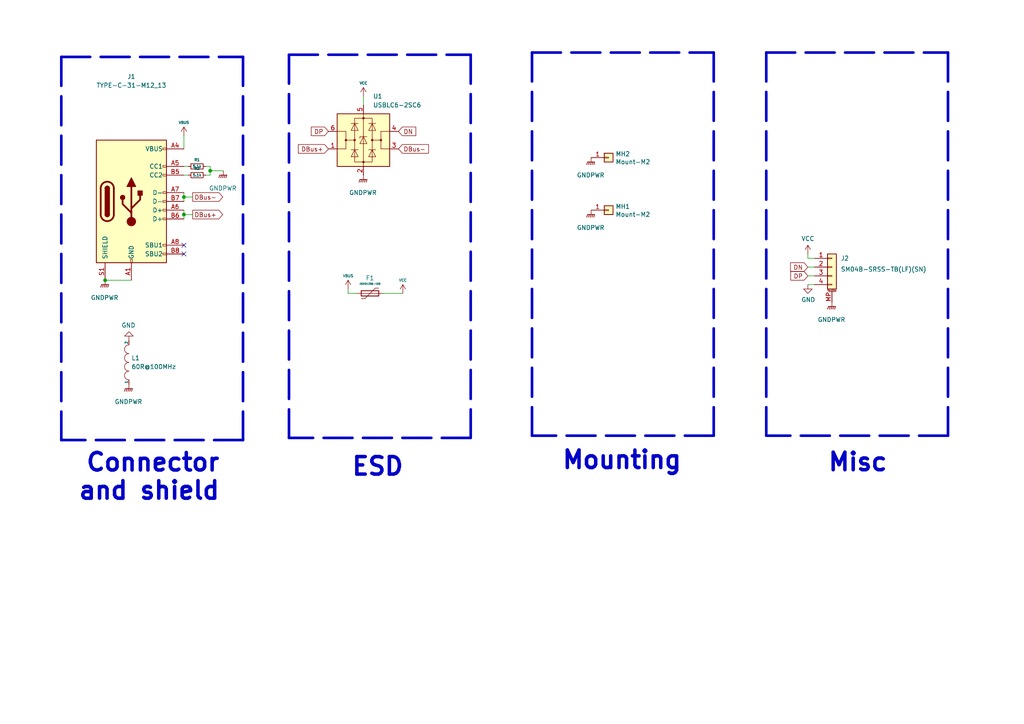
<source format=kicad_sch>
(kicad_sch (version 20211123) (generator eeschema)
  (paper "A4")
  (title_block (title "Unified Daughterboard") (date "2020-03-22") (rev "C3") (company "Designed by the keyboard community"))
  (lib_symbols
    (symbol "Connector:USB_C_Receptacle_USB2.0" (pin_names (offset 1.016))
      (property "Reference" "J" (at -10.16 19.05 0))
      (property "Value" "USB_C_Receptacle_USB2.0" (at 19.05 19.05 0))
      (symbol "USB_C_Receptacle_USB2.0_0_0"
        (rectangle (start -0.254 -17.78) (end 0.254 -16.764))
        (rectangle (start 10.16 -14.986) (end 9.144 -15.494))
        (rectangle (start 10.16 -12.446) (end 9.144 -12.954))
        (rectangle (start 10.16 -4.826) (end 9.144 -5.334))
        (rectangle (start 10.16 -2.286) (end 9.144 -2.794))
        (rectangle (start 10.16 0.254) (end 9.144 -0.254))
        (rectangle (start 10.16 2.794) (end 9.144 2.286))
        (rectangle (start 10.16 7.874) (end 9.144 7.366))
        (rectangle (start 10.16 10.414) (end 9.144 9.906))
        (rectangle (start 10.16 15.494) (end 9.144 14.986))
      )
      (symbol "USB_C_Receptacle_USB2.0_0_1"
        (rectangle (start -10.16 17.78) (end 10.16 -17.78) (stroke (width 0.254)) (fill (type background)))
        (arc (start -8.89 -3.81) (mid -6.985 -5.715) (end -5.08 -3.81) (stroke (width 0.508)))
        (arc (start -7.62 -3.81) (mid -6.985 -4.445) (end -6.35 -3.81) (stroke (width 0.254)))
        (arc (start -7.62 -3.81) (mid -6.985 -4.445) (end -6.35 -3.81) (stroke (width 0.254)) (fill (type outline)))
        (rectangle (start -7.62 -3.81) (end -6.35 3.81) (stroke (width 0.254)) (fill (type outline)))
        (arc (start -6.35 3.81) (mid -6.985 4.445) (end -7.62 3.81) (stroke (width 0.254)))
        (arc (start -6.35 3.81) (mid -6.985 4.445) (end -7.62 3.81) (stroke (width 0.254)) (fill (type outline)))
        (arc (start -5.08 3.81) (mid -6.985 5.715) (end -8.89 3.81) (stroke (width 0.508)))
        (circle (center -2.54 1.143) (radius 0.635) (stroke (width 0.254)) (fill (type outline)))
        (circle (center 0 -5.842) (radius 1.27) (fill (type outline)))
        (polyline (pts (xy -8.89 -3.81) (xy -8.89 3.81)) (stroke (width 0.508)))
        (polyline (pts (xy -5.08 3.81) (xy -5.08 -3.81)) (stroke (width 0.508)))
        (polyline (pts (xy 0 -5.842) (xy 0 4.318)) (stroke (width 0.508)))
        (polyline (pts (xy 0 -3.302) (xy -2.54 -0.762) (xy -2.54 0.508)) (stroke (width 0.508)))
        (polyline (pts (xy 0 -2.032) (xy 2.54 0.508) (xy 2.54 1.778)) (stroke (width 0.508)))
        (polyline (pts (xy -1.27 4.318) (xy 0 6.858) (xy 1.27 4.318) (xy -1.27 4.318)) (stroke (width 0.254)) (fill (type outline)))
        (rectangle (start 1.905 1.778) (end 3.175 3.048) (stroke (width 0.254)) (fill (type outline)))
      )
      (symbol "USB_C_Receptacle_USB2.0_1_1"
        (pin passive line (at 0 -22.86 90) (length 5.08) (name "GND") (number "A1"))
        (pin passive line (at 0 -22.86 90) (length 5.08) hide (name "GND") (number "A12"))
        (pin passive line (at 15.24 15.24 180) (length 5.08) (name "VBUS") (number "A4"))
        (pin bidirectional line (at 15.24 10.16 180) (length 5.08) (name "CC1") (number "A5"))
        (pin bidirectional line (at 15.24 -2.54 180) (length 5.08) (name "D+") (number "A6"))
        (pin bidirectional line (at 15.24 2.54 180) (length 5.08) (name "D-") (number "A7"))
        (pin bidirectional line (at 15.24 -12.7 180) (length 5.08) (name "SBU1") (number "A8"))
        (pin passive line (at 15.24 15.24 180) (length 5.08) hide (name "VBUS") (number "A9"))
        (pin passive line (at 0 -22.86 90) (length 5.08) hide (name "GND") (number "B1"))
        (pin passive line (at 0 -22.86 90) (length 5.08) hide (name "GND") (number "B12"))
        (pin passive line (at 15.24 15.24 180) (length 5.08) hide (name "VBUS") (number "B4"))
        (pin bidirectional line (at 15.24 7.62 180) (length 5.08) (name "CC2") (number "B5"))
        (pin bidirectional line (at 15.24 -5.08 180) (length 5.08) (name "D+") (number "B6"))
        (pin bidirectional line (at 15.24 0 180) (length 5.08) (name "D-") (number "B7"))
        (pin bidirectional line (at 15.24 -15.24 180) (length 5.08) (name "SBU2") (number "B8"))
        (pin passive line (at 15.24 15.24 180) (length 5.08) hide (name "VBUS") (number "B9"))
        (pin passive line (at -7.62 -22.86 90) (length 5.08) (name "SHIELD") (number "S1"))
      )
    )
    (symbol "Connector_Generic:Conn_01x01" (pin_names (offset 1.016) hide)
      (property "Reference" "J" (at 0 2.54 0))
      (property "Value" "Conn_01x01" (at 0 -2.54 0))
      (symbol "Conn_01x01_1_1"
        (rectangle (start -1.27 0.127) (end 0 -0.127) (stroke (width 0.1524)))
        (rectangle (start -1.27 1.27) (end 1.27 -1.27) (stroke (width 0.254)) (fill (type background)))
        (pin passive line (at -5.08 0 0) (length 3.81) (name "Pin_1") (number "1"))
      )
    )
    (symbol "Connector_Generic_MountingPin:Conn_01x04_MountingPin" (pin_names (offset 1.016) hide)
      (property "Reference" "J" (at 0 5.08 0))
      (property "Value" "Conn_01x04_MountingPin" (at 1.27 -7.62 0))
      (symbol "Conn_01x04_MountingPin_1_1"
        (rectangle (start -1.27 -4.953) (end 0 -5.207) (stroke (width 0.1524)))
        (rectangle (start -1.27 -2.413) (end 0 -2.667) (stroke (width 0.1524)))
        (rectangle (start -1.27 0.127) (end 0 -0.127) (stroke (width 0.1524)))
        (rectangle (start -1.27 2.667) (end 0 2.413) (stroke (width 0.1524)))
        (rectangle (start -1.27 3.81) (end 1.27 -6.35) (stroke (width 0.254)) (fill (type background)))
        (polyline (pts (xy -1.016 -7.112) (xy 1.016 -7.112)) (stroke (width 0.1524)))
        (text "Mounting" (at 0 -6.731 0) (effects (font (size 0.381 0.381))))
        (pin passive line (at -5.08 2.54 0) (length 3.81) (name "Pin_1") (number "1"))
        (pin passive line (at -5.08 0 0) (length 3.81) (name "Pin_2") (number "2"))
        (pin passive line (at -5.08 -2.54 0) (length 3.81) (name "Pin_3") (number "3"))
        (pin passive line (at -5.08 -5.08 0) (length 3.81) (name "Pin_4") (number "4"))
        (pin passive line (at 0 -10.16 90) (length 3.048) (name "MountPin") (number "MP"))
      )
    )
    (symbol "Device:Polyfuse" (pin_numbers hide) (pin_names (offset 0))
      (property "Reference" "F" (at -2.54 0 90))
      (property "Value" "Polyfuse" (at 2.54 0 90))
      (symbol "Polyfuse_0_1"
        (rectangle (start -0.762 2.54) (end 0.762 -2.54) (stroke (width 0.254)))
        (polyline (pts (xy 0 2.54) (xy 0 -2.54)))
        (polyline (pts (xy -1.524 2.54) (xy -1.524 1.524) (xy 1.524 -1.524) (xy 1.524 -2.54)))
      )
      (symbol "Polyfuse_1_1"
        (pin passive line (at 0 3.81 270) (length 1.27) (name "~") (number "1"))
        (pin passive line (at 0 -3.81 90) (length 1.27) (name "~") (number "2"))
      )
    )
    (symbol "Device:R_Small" (pin_numbers hide) (pin_names (offset 0.254) hide)
      (property "Reference" "R" (at 0.762 0.508 0))
      (property "Value" "R_Small" (at 0.762 -1.016 0))
      (symbol "R_Small_0_1"
        (rectangle (start -0.762 1.778) (end 0.762 -1.778) (stroke (width 0.2032)))
      )
      (symbol "R_Small_1_1"
        (pin passive line (at 0 2.54 270) (length 0.762) (name "~") (number "1"))
        (pin passive line (at 0 -2.54 90) (length 0.762) (name "~") (number "2"))
      )
    )
    (symbol "Power_Protection:USBLC6-2SC6" (pin_names hide)
      (property "Reference" "U" (at 2.54 8.89 0))
      (property "Value" "USBLC6-2SC6" (at 2.54 -8.89 0))
      (symbol "USBLC6-2SC6_0_1"
        (rectangle (start -7.62 -7.62) (end 7.62 7.62) (stroke (width 0.254)) (fill (type background)))
        (circle (center -5.08 0) (radius 0.254) (fill (type outline)))
        (circle (center -2.54 0) (radius 0.254) (fill (type outline)))
        (rectangle (start -2.54 6.35) (end 2.54 -6.35))
        (circle (center 0 -6.35) (radius 0.254) (fill (type outline)))
        (polyline (pts (xy -5.08 -2.54) (xy -7.62 -2.54)))
        (polyline (pts (xy -5.08 0) (xy -5.08 -2.54)))
        (polyline (pts (xy -5.08 2.54) (xy -7.62 2.54)))
        (polyline (pts (xy -1.524 -2.794) (xy -3.556 -2.794)))
        (polyline (pts (xy -1.524 4.826) (xy -3.556 4.826)))
        (polyline (pts (xy 0 -7.62) (xy 0 -6.35)))
        (polyline (pts (xy 0 -6.35) (xy 0 1.27)))
        (polyline (pts (xy 0 1.27) (xy 0 6.35)))
        (polyline (pts (xy 0 6.35) (xy 0 7.62)))
        (polyline (pts (xy 1.524 -2.794) (xy 3.556 -2.794)))
        (polyline (pts (xy 1.524 4.826) (xy 3.556 4.826)))
        (polyline (pts (xy 5.08 -2.54) (xy 7.62 -2.54)))
        (polyline (pts (xy 5.08 0) (xy 5.08 -2.54)))
        (polyline (pts (xy 5.08 2.54) (xy 7.62 2.54)))
        (polyline (pts (xy -2.54 0) (xy -5.08 0) (xy -5.08 2.54)))
        (polyline (pts (xy 2.54 0) (xy 5.08 0) (xy 5.08 2.54)))
        (polyline (pts (xy -3.556 -4.826) (xy -1.524 -4.826) (xy -2.54 -2.794) (xy -3.556 -4.826)))
        (polyline (pts (xy -3.556 2.794) (xy -1.524 2.794) (xy -2.54 4.826) (xy -3.556 2.794)))
        (polyline (pts (xy -1.016 -1.016) (xy 1.016 -1.016) (xy 0 1.016) (xy -1.016 -1.016)))
        (polyline (pts (xy 1.016 1.016) (xy 0.762 1.016) (xy -1.016 1.016) (xy -1.016 0.508)))
        (polyline (pts (xy 3.556 -4.826) (xy 1.524 -4.826) (xy 2.54 -2.794) (xy 3.556 -4.826)))
        (polyline (pts (xy 3.556 2.794) (xy 1.524 2.794) (xy 2.54 4.826) (xy 3.556 2.794)))
        (circle (center 0 6.35) (radius 0.254) (fill (type outline)))
        (circle (center 2.54 0) (radius 0.254) (fill (type outline)))
        (circle (center 5.08 0) (radius 0.254) (fill (type outline)))
      )
      (symbol "USBLC6-2SC6_1_1"
        (pin passive line (at -10.16 -2.54 0) (length 2.54) (name "I/O1") (number "1"))
        (pin passive line (at 0 -10.16 90) (length 2.54) (name "GND") (number "2"))
        (pin passive line (at 10.16 -2.54 180) (length 2.54) (name "I/O2") (number "3"))
        (pin passive line (at 10.16 2.54 180) (length 2.54) (name "I/O2") (number "4"))
        (pin passive line (at 0 10.16 270) (length 2.54) (name "VBUS") (number "5"))
        (pin passive line (at -10.16 2.54 0) (length 2.54) (name "I/O1") (number "6"))
      )
    )
    (symbol "power:GND" (power) (pin_names (offset 0))
      (property "Value" "GND" (at 0 -3.81 0))
      (symbol "GND_0_1"
        (polyline (pts (xy 0 0) (xy 0 -1.27) (xy 1.27 -1.27) (xy 0 -2.54) (xy -1.27 -1.27) (xy 0 -1.27)))
      )
      (symbol "GND_1_1"
        (pin power_in line (at 0 0 270) (length 0) hide (name "GND") (number "1"))
      )
    )
    (symbol "power:GNDPWR" (power) (pin_names (offset 0))
      (property "Value" "GNDPWR" (at 0 -3.302 0))
      (symbol "GNDPWR_0_1"
        (polyline (pts (xy 0 -1.27) (xy 0 0)))
        (polyline (pts (xy -1.016 -1.27) (xy -1.27 -2.032) (xy -1.27 -2.032)) (stroke (width 0.2032)))
        (polyline (pts (xy -0.508 -1.27) (xy -0.762 -2.032) (xy -0.762 -2.032)) (stroke (width 0.2032)))
        (polyline (pts (xy 0 -1.27) (xy -0.254 -2.032) (xy -0.254 -2.032)) (stroke (width 0.2032)))
        (polyline (pts (xy 0.508 -1.27) (xy 0.254 -2.032) (xy 0.254 -2.032)) (stroke (width 0.2032)))
        (polyline (pts (xy 1.016 -1.27) (xy -1.016 -1.27) (xy -1.016 -1.27)) (stroke (width 0.2032)))
        (polyline (pts (xy 1.016 -1.27) (xy 0.762 -2.032) (xy 0.762 -2.032) (xy 0.762 -2.032)) (stroke (width 0.2032)))
      )
      (symbol "GNDPWR_1_1"
        (pin power_in line (at 0 0 270) (length 0) hide (name "GNDPWR") (number "1"))
      )
    )
    (symbol "power:VBUS" (power) (pin_names (offset 0))
      (property "Value" "VBUS" (at 0 3.81 0))
      (symbol "VBUS_0_1"
        (polyline (pts (xy -0.762 1.27) (xy 0 2.54)))
        (polyline (pts (xy 0 0) (xy 0 2.54)))
        (polyline (pts (xy 0 2.54) (xy 0.762 1.27)))
      )
      (symbol "VBUS_1_1"
        (pin power_in line (at 0 0 90) (length 0) hide (name "VBUS") (number "1"))
      )
    )
    (symbol "power:VCC" (power) (pin_names (offset 0))
      (property "Value" "VCC" (at 0 3.81 0))
      (symbol "VCC_0_1"
        (polyline (pts (xy -0.762 1.27) (xy 0 2.54)))
        (polyline (pts (xy 0 0) (xy 0 2.54)))
        (polyline (pts (xy 0 2.54) (xy 0.762 1.27)))
      )
      (symbol "VCC_1_1"
        (pin power_in line (at 0 0 90) (length 0) hide (name "VCC") (number "1"))
      )
    )
    (symbol "pspice:INDUCTOR" (pin_numbers hide) (pin_names (offset 0))
      (property "Reference" "L" (at 0 2.54 0))
      (property "Value" "INDUCTOR" (at 0 -1.27 0))
      (symbol "INDUCTOR_0_1"
        (arc (start -2.54 0) (mid -3.81 1.27) (end -5.08 0))
        (arc (start 0 0) (mid -1.27 1.27) (end -2.54 0))
        (arc (start 2.54 0) (mid 1.27 1.27) (end 0 0))
        (arc (start 5.08 0) (mid 3.81 1.27) (end 2.54 0))
      )
      (symbol "INDUCTOR_1_1"
        (pin input line (at -6.35 0 0) (length 1.27) (name "1") (number "1"))
        (pin input line (at 6.35 0 180) (length 1.27) (name "2") (number "2"))
      )
    )
  )
  (junction (at 53.34 57.15))
  (junction (at 30.48 81.28))
  (junction (at 60.96 49.53))
  (junction (at 53.34 62.23))
  (no_connect (at 53.34 71.12))
  (no_connect (at 53.34 73.66))
  (wire (pts (xy 234.315 80.01) (xy 236.22 80.01)))
  (polyline (pts (xy 154.305 15.24) (xy 154.305 126.365)) (stroke (width 0.762)))
  (wire (pts (xy 53.34 57.15) (xy 55.88 57.15)))
  (wire (pts (xy 105.41 27.94) (xy 105.41 30.48)))
  (polyline (pts (xy 207.01 126.365) (xy 154.305 126.365)) (stroke (width 0.762)))
  (wire (pts (xy 234.315 74.93) (xy 236.22 74.93)))
  (polyline (pts (xy 222.25 15.24) (xy 274.955 15.24)) (stroke (width 0.762)))
  (wire (pts (xy 53.34 62.23) (xy 53.34 63.5)))
  (wire (pts (xy 53.34 60.96) (xy 53.34 62.23)))
  (polyline (pts (xy 83.82 15.875) (xy 136.525 15.875)) (stroke (width 0.762)))
  (wire (pts (xy 59.69 50.8) (xy 60.96 50.8)))
  (polyline (pts (xy 222.25 15.24) (xy 222.25 126.365)) (stroke (width 0.762)))
  (polyline (pts (xy 274.955 15.24) (xy 274.955 126.365)) (stroke (width 0.762)))
  (wire (pts (xy 53.34 57.15) (xy 53.34 58.42)))
  (wire (pts (xy 53.34 55.88) (xy 53.34 57.15)))
  (polyline (pts (xy 83.82 15.875) (xy 83.82 127)) (stroke (width 0.762)))
  (polyline (pts (xy 70.485 16.51) (xy 70.485 127.635)) (stroke (width 0.762)))
  (wire (pts (xy 53.34 48.26) (xy 54.61 48.26)))
  (polyline (pts (xy 207.01 15.24) (xy 207.01 126.365)) (stroke (width 0.762)))
  (wire (pts (xy 53.34 39.37) (xy 53.34 43.18)))
  (polyline (pts (xy 274.955 126.365) (xy 222.25 126.365)) (stroke (width 0.762)))
  (polyline (pts (xy 136.525 15.875) (xy 136.525 127)) (stroke (width 0.762)))
  (wire (pts (xy 60.96 49.53) (xy 60.96 50.8)))
  (wire (pts (xy 64.77 49.53) (xy 60.96 49.53)))
  (wire (pts (xy 236.22 77.47) (xy 234.315 77.47)))
  (polyline (pts (xy 17.78 16.51) (xy 70.485 16.51)) (stroke (width 0.762)))
  (wire (pts (xy 59.69 48.26) (xy 60.96 48.26)))
  (wire (pts (xy 111.125 85.09) (xy 116.84 85.09)))
  (polyline (pts (xy 70.485 127.635) (xy 17.78 127.635)) (stroke (width 0.762)))
  (polyline (pts (xy 136.525 127) (xy 83.82 127)) (stroke (width 0.762)))
  (wire (pts (xy 100.965 85.09) (xy 103.505 85.09)))
  (polyline (pts (xy 17.78 16.51) (xy 17.78 127.635)) (stroke (width 0.762)))
  (polyline (pts (xy 154.305 15.24) (xy 207.01 15.24)) (stroke (width 0.762)))
  (wire (pts (xy 53.34 62.23) (xy 55.88 62.23)))
  (wire (pts (xy 30.48 81.28) (xy 38.1 81.28)))
  (wire (pts (xy 60.96 48.26) (xy 60.96 49.53)))
  (wire (pts (xy 100.965 83.82) (xy 100.965 85.09)))
  (wire (pts (xy 53.34 50.8) (xy 54.61 50.8)))
  (wire (pts (xy 234.315 82.55) (xy 236.22 82.55)))
  (wire (pts (xy 234.315 73.66) (xy 234.315 74.93)))
  (text "Mounting" (at 198.12 136.525 180) (effects (font (size 5.08 5.08) (thickness 1.016) bold) (justify right bottom)))
  (text "Connector\nand shield" (at 64.135 145.415 180) (effects (font (size 5.08 5.08) (thickness 1.016) bold) (justify right bottom)))
  (text "ESD" (at 117.475 138.43 180) (effects (font (size 5.08 5.08) (thickness 1.016) bold) (justify right bottom)))
  (text "Misc" (at 257.81 137.16 180) (effects (font (size 5.08 5.08) (thickness 1.016) bold) (justify right bottom)))
  (global_label "DBus+" (shape output) (at 55.88 62.23 0) (property "Intersheet References" "${INTERSHEET_REFS}" (effects hide)))
  (global_label "DBus-" (shape output) (at 55.88 57.15 0) (property "Intersheet References" "${INTERSHEET_REFS}" (effects hide)))
  (global_label "DBus+" (shape input) (at 95.25 43.18 180) (property "Intersheet References" "${INTERSHEET_REFS}" (effects hide)))
  (global_label "DP" (shape input) (at 95.25 38.1 180) (property "Intersheet References" "${INTERSHEET_REFS}" (effects hide)))
  (global_label "DN" (shape input) (at 115.57 38.1 0) (property "Intersheet References" "${INTERSHEET_REFS}" (effects hide)))
  (global_label "DP" (shape input) (at 234.315 80.01 180) (property "Intersheet References" "${INTERSHEET_REFS}" (effects hide)))
  (global_label "DBus-" (shape input) (at 115.57 43.18 0) (property "Intersheet References" "${INTERSHEET_REFS}" (effects hide)))
  (global_label "DN" (shape input) (at 234.315 77.47 180) (property "Intersheet References" "${INTERSHEET_REFS}" (effects hide)))
  (symbol (lib_id "Connector_Generic_MountingPin:Conn_01x04_MountingPin") (at 241.3 77.47 0) (unit 1)
    (property "Reference" "J2" (at 243.84 74.93 0) (effects (justify left)))
    (property "Value" "SM04B-SRSS-TB(LF)(SN)" (at 243.84 78.105 0) (effects (justify left)))
    (property "Footprint" "logo:JST_SH_SM04B-SRSS-TB_1x04-1MP_P1.00mm_Horizontal" (effects hide))
    (property "Manufacturer" "JST Sales America" (effects hide))
    (property "Manufacturer Part No" "SM04B-SRSS-TB(LF)(SN)" (effects hide))
    (property "LCSC Part No" "C160404" (effects hide))
  )
  (symbol (lib_id "Device:R_Small") (at 57.15 48.26 90) (unit 1)
    (property "Reference" "R1" (at 57.15 46.355 90) (effects (font (size 0.762 0.762))))
    (property "Value" "5.1k" (at 57.15 48.26 90) (effects (font (size 0.762 0.762))))
    (property "Footprint" "Resistor_SMD:R_0603_1608Metric" (effects hide))
    (property "Package" "R0603" (effects hide))
  )
  (symbol (lib_id "Device:R_Small") (at 57.15 50.8 90) (unit 1)
    (property "Reference" "R2" (at 57.15 48.895 90) (effects (font (size 0.762 0.762))))
    (property "Value" "5.1k" (at 57.15 50.8 90) (effects (font (size 0.762 0.762))))
    (property "Footprint" "Resistor_SMD:R_0603_1608Metric" (effects hide))
    (property "Package" "R0603" (effects hide))
  )
  (symbol (lib_id "power:GND") (at 234.315 82.55 0) (unit 1)
    (property "Reference" "#PWR0104" (effects hide))
    (property "Value" "GND" (at 234.442 86.9442 0))
  )
  (symbol (lib_id "Connector_Generic:Conn_01x01") (at 176.53 45.72 0) (unit 1)
    (property "Reference" "MH2" (at 178.5366 44.6532 0) (effects (justify left)))
    (property "Value" "Mount-M2" (at 178.5366 46.9646 0) (effects (justify left)))
    (property "Footprint" "random-keyboard-parts:Generic-Mounthole" (effects hide))
  )
  (symbol (lib_id "Connector:USB_C_Receptacle_USB2.0") (at 38.1 58.42 0) (unit 1)
    (property "Reference" "J1" (at 38.1 22.225 0))
    (property "Value" "TYPE-C-31-M12_13" (at 38.1 24.765 0))
    (property "Footprint" "logo:USB_C_Receptacle_HRO_TYPE-C-31-M-12" (effects hide))
    (property "Datasheet" "https://www.usb.org/sites/default/files/documents/usb_type-c.zip" (effects hide))
    (property "Manufacturer" "Korean Hroparts" (effects hide))
    (property "Manufacturer Part No" "TYPE-C-31-M-12" (effects hide))
    (property "LCSC Part No" "C165948" (effects hide))
  )
  (symbol (lib_id "power:VBUS") (at 53.34 39.37 0) (unit 1)
    (property "Reference" "#PWR0113" (effects hide))
    (property "Value" "VBUS" (at 53.34 35.56 0) (effects (font (size 0.762 0.762))))
  )
  (symbol (lib_id "power:VBUS") (at 100.965 83.82 0) (unit 1)
    (property "Reference" "#PWR0115" (effects hide))
    (property "Value" "VBUS" (at 100.965 80.01 0) (effects (font (size 0.762 0.762))))
  )
  (symbol (lib_id "Device:Polyfuse") (at 107.315 85.09 90) (unit 1)
    (property "Reference" "F1" (at 107.315 80.645 90))
    (property "Value" "ASMD1206-150" (at 107.315 82.3214 90) (effects (font (size 0.508 0.508))))
    (property "Footprint" "Fuse:Fuse_0603_1608Metric" (effects hide))
    (property "Manufacturer" "Shenzhen JDT Fuse" (effects hide))
    (property "Manufacturer Part No" "ASMD1206-150" (effects hide))
    (property "LCSC Part No" "C135342" (effects hide))
    (property "Package" "F1206" (effects hide))
  )
  (symbol (lib_id "power:VCC") (at 116.84 85.09 0) (unit 1)
    (property "Reference" "#PWR0119" (effects hide))
    (property "Value" "VCC" (at 116.84 81.28 0) (effects (font (size 0.762 0.762))))
  )
  (symbol (lib_id "power:VCC") (at 234.315 73.66 0) (unit 1)
    (property "Reference" "#PWR0103" (effects hide))
    (property "Value" "VCC" (at 234.315 69.215 0))
  )
  (symbol (lib_id "power:GNDPWR") (at 30.48 81.28 0) (unit 1)
    (property "Reference" "#PWR0101" (effects hide))
    (property "Value" "GNDPWR" (at 30.353 86.36 0))
  )
  (symbol (lib_id "pspice:INDUCTOR") (at 37.3888 105.1052 90) (unit 1)
    (property "Reference" "L1" (at 38.1 103.8351 90) (effects (justify right)))
    (property "Value" "60R@100MHz" (at 38.1 106.3751 90) (effects (justify right)))
    (property "Footprint" "Inductor_SMD:L_0603_1608Metric" (effects hide))
  )
  (symbol (lib_id "Connector_Generic:Conn_01x01") (at 176.53 60.96 0) (unit 1)
    (property "Reference" "MH1" (at 178.5366 59.8932 0) (effects (justify left)))
    (property "Value" "Mount-M2" (at 178.5366 62.2046 0) (effects (justify left)))
    (property "Footprint" "random-keyboard-parts:Generic-Mounthole" (effects hide))
  )
  (symbol (lib_id "power:VCC") (at 105.41 27.94 0) (unit 1)
    (property "Reference" "#PWR0105" (effects hide))
    (property "Value" "VCC" (at 105.41 24.13 0) (effects (font (size 0.762 0.762))))
  )
  (symbol (lib_id "Power_Protection:USBLC6-2SC6") (at 105.41 40.64 0) (unit 1)
    (property "Reference" "U1" (at 108.1787 27.94 0) (effects (justify left)))
    (property "Value" "USBLC6-2SC6" (at 108.1787 30.48 0) (effects (justify left)))
    (property "Footprint" "Package_TO_SOT_SMD:SOT-23-6" (effects hide))
    (property "Datasheet" "https://www.st.com/resource/en/datasheet/usblc6-2.pdf" (effects hide))
  )
  (symbol (lib_id "power:GNDPWR") (at 105.41 50.8 0) (unit 1)
    (property "Reference" "#PWR0106" (effects hide))
    (property "Value" "GNDPWR" (at 105.283 55.88 0))
  )
  (symbol (lib_id "power:GNDPWR") (at 171.45 45.72 0) (unit 1)
    (property "Reference" "#PWR0110" (effects hide))
    (property "Value" "GNDPWR" (at 171.323 50.8 0))
  )
  (symbol (lib_id "power:GNDPWR") (at 171.45 60.96 0) (unit 1)
    (property "Reference" "#PWR0111" (effects hide))
    (property "Value" "GNDPWR" (at 171.323 66.04 0))
  )
  (symbol (lib_id "power:GNDPWR") (at 241.3 87.63 0) (unit 1)
    (property "Reference" "#PWR0109" (effects hide))
    (property "Value" "GNDPWR" (at 241.173 92.71 0))
  )
  (symbol (lib_id "power:GNDPWR") (at 64.77 49.53 0) (unit 1)
    (property "Reference" "#PWR0108" (effects hide))
    (property "Value" "GNDPWR" (at 64.643 54.61 0))
  )
  (symbol (lib_id "power:GNDPWR") (at 37.3888 111.4552 0) (unit 1)
    (property "Reference" "#PWR0102" (effects hide))
    (property "Value" "GNDPWR" (at 37.2618 116.5352 0))
  )
  (symbol (lib_id "power:GND") (at 37.3888 98.7552 180) (unit 1)
    (property "Reference" "#PWR0107" (effects hide))
    (property "Value" "GND" (at 37.2618 94.361 0))
  )
)
</source>
